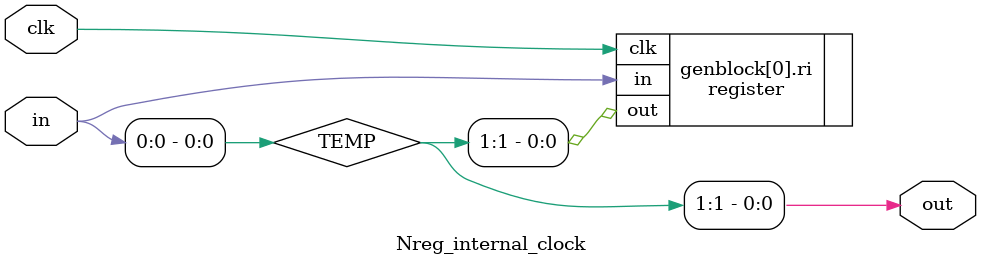
<source format=v>
`timescale 1ns / 1ps
module Nreg_internal_clock
#( parameter N=1)

(
    input in,
    input clk,
    output out
	 //output wire [7:0] leds
    );

	//assign leds = N;

	 wire[N:0] TEMP;

	assign TEMP[0] = in;

	

	 genvar i;

	 generate

       for(i = 0; i < N;i=i+1) begin: genblock
		
				register ri(.in(TEMP[i]), .out(TEMP[i+1]), .clk(clk));

		end

    endgenerate

  assign out = TEMP[N];

endmodule

</source>
